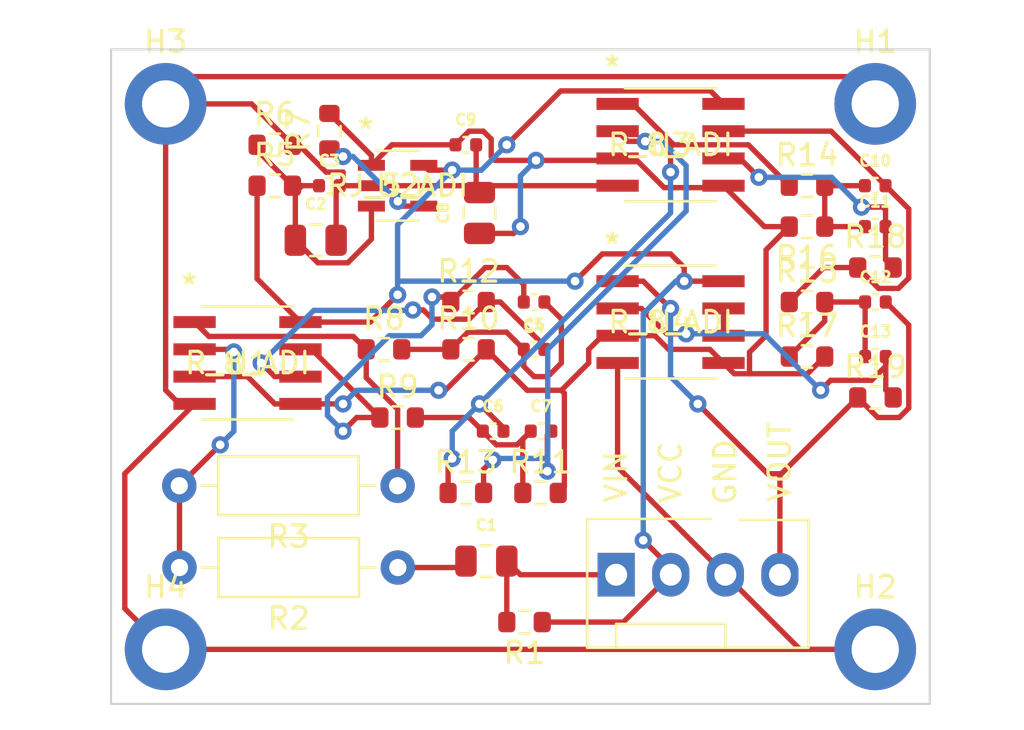
<source format=kicad_pcb>
(kicad_pcb (version 20211014) (generator pcbnew)
  (layers (0 "F.Cu" signal) (31 "B.Cu" signal) (34 "B.Paste" user) (35 "F.Paste" user) (36 "B.SilkS" user "B.Silkscreen") (37 "F.SilkS" user "F.Silkscreen") (38 "B.Mask" user) (39 "F.Mask" user) (44 "Edge.Cuts" user))
  (net 0 "")
  (net 1 "Net-(C1-Pad1)")
  (net 2 "input")
  (net 3 "Net-(C2-Pad1)")
  (net 4 "GND")
  (net 5 "Net-(C4-Pad1)")
  (net 6 "Net-(C4-Pad2)")
  (net 7 "Net-(C5-Pad2)")
  (net 8 "Net-(C6-Pad1)")
  (net 9 "Net-(C6-Pad2)")
  (net 10 "Net-(C7-Pad2)")
  (net 11 "ref")
  (net 12 "Net-(C10-Pad1)")
  (net 13 "Net-(C10-Pad2)")
  (net 14 "Net-(C11-Pad2)")
  (net 15 "Net-(C12-Pad1)")
  (net 16 "output")
  (net 17 "Net-(C13-Pad2)")
  (net 18 "+3V3")
  (net 19 "Net-(R2-Pad2)")
  (net 20 "Net-(R7-Pad1)")
  (net 21 "Net-(R8-Pad1)")
  (net 22 "Net-(U4-Pad7)")
  (footprint "Resistor_SMD:R_0603_1608Metric" (layer "F.Cu") (at 159.385 75.265)
    (fp_text reference "R15" (at 0 -1.43) (layer "F.SilkS"))
    (fp_text value "20.5k")
    (pad "1" smd roundrect (at -0.825 0) (size 0.8 0.95) (layers "F.Cu" "F.Paste" "F.Mask") (net 13 "Net-(C10-Pad2)"))
    (pad "2" smd roundrect (at 0.825 0) (size 0.8 0.95) (layers "F.Cu" "F.Paste" "F.Mask") (net 15 "Net-(C12-Pad1)"))
  )
  (footprint "Capacitor_SMD:C_0805_2012Metric" (layer "F.Cu") (at 144.465 87.33)
    (fp_text reference "C1" (at 0 -1.68) (layer "F.SilkS") (effects (font (size 0.5 0.5))))
    (fp_text value "10u")
    (pad "1" smd roundrect (at -0.95 0) (size 1 1.45) (layers "F.Cu" "F.Paste" "F.Mask") (net 1 "Net-(C1-Pad1)"))
    (pad "2" smd roundrect (at 0.95 0) (size 1 1.45) (layers "F.Cu" "F.Paste" "F.Mask") (net 2 "input"))
  )
  (footprint "Resistor_SMD:R_0603_1608Metric" (layer "F.Cu") (at 162.57 79.71)
    (fp_text reference "R19" (at 0 -1.43) (layer "F.SilkS"))
    (fp_text value "150k")
    (pad "1" smd roundrect (at -0.825 0) (size 0.8 0.95) (layers "F.Cu" "F.Paste" "F.Mask") (net 16 "output"))
    (pad "2" smd roundrect (at 0.825 0) (size 0.8 0.95) (layers "F.Cu" "F.Paste" "F.Mask") (net 17 "Net-(C13-Pad2)"))
  )
  (footprint "ad8042:AD8042ARZ-REEL7" (layer "F.Cu") (at 153.035 67.945)
    (fp_text reference "U3" (at 0 0) (layer "F.SilkS"))
    (fp_text value "R_8_ADI" (at 0 0) (layer "F.SilkS"))
    (fp_text user "*" (at -2.7178 -3.606) (layer "F.SilkS"))
    (fp_text user "*" (at -2.7178 -3.606) (layer "F.SilkS"))
    (pad "1" smd rect (at -2.4638 -1.905) (size 1.969999 0.558) (layers "F.Cu" "F.Paste" "F.Mask") (net 9 "Net-(C6-Pad2)"))
    (pad "2" smd rect (at -2.4638 -0.635) (size 1.969999 0.558) (layers "F.Cu" "F.Paste" "F.Mask") (net 10 "Net-(C7-Pad2)"))
    (pad "3" smd rect (at -2.4638 0.635) (size 1.969999 0.558) (layers "F.Cu" "F.Paste" "F.Mask") (net 11 "ref"))
    (pad "4" smd rect (at -2.4638 1.905) (size 1.969999 0.558) (layers "F.Cu" "F.Paste" "F.Mask") (net 4 "GND"))
    (pad "5" smd rect (at 2.4638 1.905) (size 1.969999 0.558) (layers "F.Cu" "F.Paste" "F.Mask") (net 11 "ref"))
    (pad "6" smd rect (at 2.4638 0.635) (size 1.969999 0.558) (layers "F.Cu" "F.Paste" "F.Mask") (net 14 "Net-(C11-Pad2)"))
    (pad "7" smd rect (at 2.4638 -0.635) (size 1.969999 0.558) (layers "F.Cu" "F.Paste" "F.Mask") (net 13 "Net-(C10-Pad2)"))
    (pad "8" smd rect (at 2.4638 -1.905) (size 1.969999 0.558) (layers "F.Cu" "F.Paste" "F.Mask") (net 18 "+3V3"))
  )
  (footprint "ad8042:AD8042ARZ-REEL7" (layer "F.Cu") (at 133.35 78.105)
    (fp_text reference "U1" (at 0 0) (layer "F.SilkS"))
    (fp_text value "R_8_ADI" (at 0 0) (layer "F.SilkS"))
    (fp_text user "*" (at -2.7178 -3.606) (layer "F.SilkS"))
    (fp_text user "*" (at -2.7178 -3.606) (layer "F.SilkS"))
    (pad "1" smd rect (at -2.4638 -1.905) (size 1.969999 0.558) (layers "F.Cu" "F.Paste" "F.Mask") (net 21 "Net-(R8-Pad1)"))
    (pad "2" smd rect (at -2.4638 -0.635) (size 1.969999 0.558) (layers "F.Cu" "F.Paste" "F.Mask") (net 19 "Net-(R2-Pad2)"))
    (pad "3" smd rect (at -2.4638 0.635) (size 1.969999 0.558) (layers "F.Cu" "F.Paste" "F.Mask") (net 11 "ref"))
    (pad "4" smd rect (at -2.4638 1.905) (size 1.969999 0.558) (layers "F.Cu" "F.Paste" "F.Mask") (net 4 "GND"))
    (pad "5" smd rect (at 2.4638 1.905) (size 1.969999 0.558) (layers "F.Cu" "F.Paste" "F.Mask") (net 11 "ref"))
    (pad "6" smd rect (at 2.4638 0.635) (size 1.969999 0.558) (layers "F.Cu" "F.Paste" "F.Mask") (net 7 "Net-(C5-Pad2)"))
    (pad "7" smd rect (at 2.4638 -0.635) (size 1.969999 0.558) (layers "F.Cu" "F.Paste" "F.Mask") (net 6 "Net-(C4-Pad2)"))
    (pad "8" smd rect (at 2.4638 -1.905) (size 1.969999 0.558) (layers "F.Cu" "F.Paste" "F.Mask") (net 18 "+3V3"))
  )
  (footprint "Resistor_SMD:R_0603_1608Metric" (layer "F.Cu") (at 159.385 77.805)
    (fp_text reference "R17" (at 0 -1.43) (layer "F.SilkS"))
    (fp_text value "665")
    (pad "1" smd roundrect (at -0.825 0) (size 0.8 0.95) (layers "F.Cu" "F.Paste" "F.Mask") (net 15 "Net-(C12-Pad1)"))
    (pad "2" smd roundrect (at 0.825 0) (size 0.8 0.95) (layers "F.Cu" "F.Paste" "F.Mask") (net 11 "ref"))
  )
  (footprint "MountingHole:MountingHole_2.2mm_M2_DIN965_Pad" (layer "F.Cu") (at 162.56 91.44)
    (fp_text reference "H2" (at 0 -2.9) (layer "F.SilkS"))
    (fp_text value "MountingHole_Pad")
    (pad "1" thru_hole circle (at 0 0) (size 3.8 3.8) (drill 2.2) (layers *.Cu *.Mask) (net 4 "GND"))
  )
  (footprint "MountingHole:MountingHole_2.2mm_M2_DIN965_Pad" (layer "F.Cu") (at 129.54 91.44)
    (fp_text reference "H4" (at 0 -2.9) (layer "F.SilkS"))
    (fp_text value "MountingHole_Pad")
    (pad "1" thru_hole circle (at 0 0) (size 3.8 3.8) (drill 2.2) (layers *.Cu *.Mask) (net 4 "GND"))
  )
  (footprint "Resistor_SMD:R_0603_1608Metric" (layer "F.Cu") (at 146.24 90.17 180)
    (fp_text reference "R1" (at 0 -1.43 180) (layer "F.SilkS"))
    (fp_text value "10k")
    (pad "1" smd roundrect (at -0.825 0 180) (size 0.8 0.95) (layers "F.Cu" "F.Paste" "F.Mask") (net 18 "+3V3"))
    (pad "2" smd roundrect (at 0.825 0 180) (size 0.8 0.95) (layers "F.Cu" "F.Paste" "F.Mask") (net 2 "input"))
  )
  (footprint "MountingHole:MountingHole_2.2mm_M2_DIN965_Pad" (layer "F.Cu") (at 162.56 66.04)
    (fp_text reference "H1" (at 0 -2.9) (layer "F.SilkS"))
    (fp_text value "MountingHole_Pad")
    (pad "1" thru_hole circle (at 0 0) (size 3.8 3.8) (drill 2.2) (layers *.Cu *.Mask) (net 4 "GND"))
  )
  (footprint "Capacitor_SMD:C_0402_1005Metric" (layer "F.Cu") (at 143.51 67.945)
    (fp_text reference "C9" (at 0 -1.16) (layer "F.SilkS") (effects (font (size 0.5 0.5))))
    (fp_text value "100n")
    (pad "1" smd roundrect (at -0.48 0) (size 0.56 0.62) (layers "F.Cu" "F.Paste" "F.Mask") (net 11 "ref"))
    (pad "2" smd roundrect (at 0.48 0) (size 0.56 0.62) (layers "F.Cu" "F.Paste" "F.Mask") (net 4 "GND"))
  )
  (footprint "Resistor_THT:R_Axial_DIN0207_L6.3mm_D2.5mm_P10.16mm_Horizontal" (layer "F.Cu") (at 140.345 87.63 180)
    (fp_text reference "R2" (at 5.08 -2.37) (layer "F.SilkS"))
    (fp_text value "300k")
    (pad "1" thru_hole circle (at 0 0 180) (size 1.6 1.6) (drill 0.8) (layers *.Cu *.Mask) (net 1 "Net-(C1-Pad1)"))
    (pad "2" thru_hole oval (at 10.16 0 180) (size 1.6 1.6) (drill 0.8) (layers *.Cu *.Mask) (net 19 "Net-(R2-Pad2)"))
  )
  (footprint "Capacitor_SMD:C_0402_1005Metric" (layer "F.Cu") (at 162.57 75.265)
    (fp_text reference "C12" (at 0 -1.16) (layer "F.SilkS") (effects (font (size 0.5 0.5))))
    (fp_text value "100p")
    (pad "1" smd roundrect (at -0.48 0) (size 0.56 0.62) (layers "F.Cu" "F.Paste" "F.Mask") (net 15 "Net-(C12-Pad1)"))
    (pad "2" smd roundrect (at 0.48 0) (size 0.56 0.62) (layers "F.Cu" "F.Paste" "F.Mask") (net 16 "output"))
  )
  (footprint "Capacitor_SMD:C_0402_1005Metric" (layer "F.Cu") (at 147.01 81.28)
    (fp_text reference "C7" (at 0 -1.16) (layer "F.SilkS") (effects (font (size 0.5 0.5))))
    (fp_text value "91p")
    (pad "1" smd roundrect (at -0.48 0) (size 0.56 0.62) (layers "F.Cu" "F.Paste" "F.Mask") (net 8 "Net-(C6-Pad1)"))
    (pad "2" smd roundrect (at 0.48 0) (size 0.56 0.62) (layers "F.Cu" "F.Paste" "F.Mask") (net 10 "Net-(C7-Pad2)"))
  )
  (footprint "Resistor_SMD:R_0603_1608Metric" (layer "F.Cu") (at 143.635 77.47)
    (fp_text reference "R10" (at 0 -1.43) (layer "F.SilkS"))
    (fp_text value "1.62k")
    (pad "1" smd roundrect (at -0.825 0) (size 0.8 0.95) (layers "F.Cu" "F.Paste" "F.Mask") (net 5 "Net-(C4-Pad1)"))
    (pad "2" smd roundrect (at 0.825 0) (size 0.8 0.95) (layers "F.Cu" "F.Paste" "F.Mask") (net 11 "ref"))
  )
  (footprint "MountingHole:MountingHole_2.2mm_M2_DIN965_Pad" (layer "F.Cu") (at 129.54 66.04)
    (fp_text reference "H3" (at 0 -2.9) (layer "F.SilkS"))
    (fp_text value "MountingHole_Pad")
    (pad "1" thru_hole circle (at 0 0) (size 3.8 3.8) (drill 2.2) (layers *.Cu *.Mask) (net 4 "GND"))
  )
  (footprint "Resistor_SMD:R_0603_1608Metric" (layer "F.Cu") (at 146.985 84.155)
    (fp_text reference "R11" (at 0 -1.43) (layer "F.SilkS"))
    (fp_text value "1.62k")
    (pad "1" smd roundrect (at -0.825 0) (size 0.8 0.95) (layers "F.Cu" "F.Paste" "F.Mask") (net 8 "Net-(C6-Pad1)"))
    (pad "2" smd roundrect (at 0.825 0) (size 0.8 0.95) (layers "F.Cu" "F.Paste" "F.Mask") (net 11 "ref"))
  )
  (footprint "Resistor_SMD:R_0603_1608Metric" (layer "F.Cu") (at 134.62 67.945)
    (fp_text reference "R6" (at 0 -1.43) (layer "F.SilkS"))
    (fp_text value "10k")
    (pad "1" smd roundrect (at -0.825 0) (size 0.8 0.95) (layers "F.Cu" "F.Paste" "F.Mask") (net 3 "Net-(C2-Pad1)"))
    (pad "2" smd roundrect (at 0.825 0) (size 0.8 0.95) (layers "F.Cu" "F.Paste" "F.Mask") (net 4 "GND"))
  )
  (footprint "Capacitor_SMD:C_0402_1005Metric" (layer "F.Cu") (at 144.78 81.28)
    (fp_text reference "C6" (at 0 -1.16) (layer "F.SilkS") (effects (font (size 0.5 0.5))))
    (fp_text value "91p")
    (pad "1" smd roundrect (at -0.48 0) (size 0.56 0.62) (layers "F.Cu" "F.Paste" "F.Mask") (net 8 "Net-(C6-Pad1)"))
    (pad "2" smd roundrect (at 0.48 0) (size 0.56 0.62) (layers "F.Cu" "F.Paste" "F.Mask") (net 9 "Net-(C6-Pad2)"))
  )
  (footprint "Resistor_THT:R_Axial_DIN0207_L6.3mm_D2.5mm_P10.16mm_Horizontal" (layer "F.Cu") (at 140.335 83.82 180)
    (fp_text reference "R3" (at 5.08 -2.37) (layer "F.SilkS"))
    (fp_text value "300k")
    (pad "1" thru_hole circle (at 0 0 180) (size 1.6 1.6) (drill 0.8) (layers *.Cu *.Mask) (net 21 "Net-(R8-Pad1)"))
    (pad "2" thru_hole oval (at 10.16 0 180) (size 1.6 1.6) (drill 0.8) (layers *.Cu *.Mask) (net 19 "Net-(R2-Pad2)"))
  )
  (footprint "Capacitor_SMD:C_0402_1005Metric" (layer "F.Cu") (at 146.685 77.47)
    (fp_text reference "C5" (at 0 -1.16) (layer "F.SilkS") (effects (font (size 0.5 0.5))))
    (fp_text value "75p")
    (pad "1" smd roundrect (at -0.48 0) (size 0.56 0.62) (layers "F.Cu" "F.Paste" "F.Mask") (net 5 "Net-(C4-Pad1)"))
    (pad "2" smd roundrect (at 0.48 0) (size 0.56 0.62) (layers "F.Cu" "F.Paste" "F.Mask") (net 7 "Net-(C5-Pad2)"))
  )
  (footprint "Resistor_SMD:R_0603_1608Metric" (layer "F.Cu") (at 143.635 75.265)
    (fp_text reference "R12" (at 0 -1.43) (layer "F.SilkS"))
    (fp_text value "60.4k")
    (pad "1" smd roundrect (at -0.825 0) (size 0.8 0.95) (layers "F.Cu" "F.Paste" "F.Mask") (net 6 "Net-(C4-Pad2)"))
    (pad "2" smd roundrect (at 0.825 0) (size 0.8 0.95) (layers "F.Cu" "F.Paste" "F.Mask") (net 7 "Net-(C5-Pad2)"))
  )
  (footprint "Resistor_SMD:R_0603_1608Metric" (layer "F.Cu") (at 143.51 84.155)
    (fp_text reference "R13" (at 0 -1.43) (layer "F.SilkS"))
    (fp_text value "60.4k")
    (pad "1" smd roundrect (at -0.825 0) (size 0.8 0.95) (layers "F.Cu" "F.Paste" "F.Mask") (net 9 "Net-(C6-Pad2)"))
    (pad "2" smd roundrect (at 0.825 0) (size 0.8 0.95) (layers "F.Cu" "F.Paste" "F.Mask") (net 10 "Net-(C7-Pad2)"))
  )
  (footprint "Resistor_SMD:R_0603_1608Metric" (layer "F.Cu") (at 140.335 80.645)
    (fp_text reference "R9" (at 0 -1.43) (layer "F.SilkS"))
    (fp_text value "25.5k")
    (pad "1" smd roundrect (at -0.825 0) (size 0.8 0.95) (layers "F.Cu" "F.Paste" "F.Mask") (net 6 "Net-(C4-Pad2)"))
    (pad "2" smd roundrect (at 0.825 0) (size 0.8 0.95) (layers "F.Cu" "F.Paste" "F.Mask") (net 8 "Net-(C6-Pad1)"))
  )
  (footprint "Capacitor_SMD:C_0402_1005Metric" (layer "F.Cu") (at 162.56 71.755)
    (fp_text reference "C11" (at 0 -1.16) (layer "F.SilkS") (effects (font (size 0.5 0.5))))
    (fp_text value "62p")
    (pad "1" smd roundrect (at -0.48 0) (size 0.56 0.62) (layers "F.Cu" "F.Paste" "F.Mask") (net 12 "Net-(C10-Pad1)"))
    (pad "2" smd roundrect (at 0.48 0) (size 0.56 0.62) (layers "F.Cu" "F.Paste" "F.Mask") (net 14 "Net-(C11-Pad2)"))
  )
  (footprint "Resistor_SMD:R_0603_1608Metric" (layer "F.Cu") (at 134.62 69.85)
    (fp_text reference "R5" (at 0 -1.43) (layer "F.SilkS"))
    (fp_text value "10k")
    (pad "1" smd roundrect (at -0.825 0) (size 0.8 0.95) (layers "F.Cu" "F.Paste" "F.Mask") (net 18 "+3V3"))
    (pad "2" smd roundrect (at 0.825 0) (size 0.8 0.95) (layers "F.Cu" "F.Paste" "F.Mask") (net 3 "Net-(C2-Pad1)"))
  )
  (footprint "Capacitor_SMD:C_0402_1005Metric" (layer "F.Cu") (at 146.685 75.265 180)
    (fp_text reference "C4" (at 0 -1.16) (layer "F.SilkS") (effects (font (size 0.5 0.5))))
    (fp_text value "75p")
    (pad "1" smd roundrect (at -0.48 0 180) (size 0.56 0.62) (layers "F.Cu" "F.Paste" "F.Mask") (net 5 "Net-(C4-Pad1)"))
    (pad "2" smd roundrect (at 0.48 0 180) (size 0.56 0.62) (layers "F.Cu" "F.Paste" "F.Mask") (net 6 "Net-(C4-Pad2)"))
  )
  (footprint "ad8042:AD8042ARZ-REEL7" (layer "F.Cu") (at 153.035 76.2)
    (fp_text reference "U4" (at 0 0) (layer "F.SilkS"))
    (fp_text value "R_8_ADI" (at 0 0) (layer "F.SilkS"))
    (fp_text user "*" (at -2.7178 -3.606) (layer "F.SilkS"))
    (fp_text user "*" (at -2.7178 -3.606) (layer "F.SilkS"))
    (pad "1" smd rect (at -2.4638 -1.905) (size 1.969999 0.558) (layers "F.Cu" "F.Paste" "F.Mask") (net 16 "output"))
    (pad "2" smd rect (at -2.4638 -0.635) (size 1.969999 0.558) (layers "F.Cu" "F.Paste" "F.Mask") (net 17 "Net-(C13-Pad2)"))
    (pad "3" smd rect (at -2.4638 0.635) (size 1.969999 0.558) (layers "F.Cu" "F.Paste" "F.Mask") (net 11 "ref"))
    (pad "4" smd rect (at -2.4638 1.905) (size 1.969999 0.558) (layers "F.Cu" "F.Paste" "F.Mask") (net 4 "GND"))
    (pad "5" smd rect (at 2.4638 1.905) (size 1.969999 0.558) (layers "F.Cu" "F.Paste" "F.Mask") (net 11 "ref"))
    (pad "6" smd rect (at 2.4638 0.635) (size 1.969999 0.558) (layers "F.Cu" "F.Paste" "F.Mask") (net 22 "Net-(U4-Pad7)"))
    (pad "7" smd rect (at 2.4638 -0.635) (size 1.969999 0.558) (layers "F.Cu" "F.Paste" "F.Mask") (net 22 "Net-(U4-Pad7)"))
    (pad "8" smd rect (at 2.4638 -1.905) (size 1.969999 0.558) (layers "F.Cu" "F.Paste" "F.Mask") (net 18 "+3V3"))
  )
  (footprint "ad8031_new:AD8031ARTZ-REEL7" (layer "F.Cu") (at 140.335 69.85)
    (fp_text reference "U2" (at 0 0) (layer "F.SilkS"))
    (fp_text value "RJ_5_ADI" (at 0 0) (layer "F.SilkS"))
    (fp_text user "*" (at -1.4732 -2.601) (layer "F.SilkS"))
    (fp_text user "*" (at -1.4732 -2.601) (layer "F.SilkS"))
    (pad "1" smd rect (at -1.2192 -0.950001) (size 1.258799 0.508) (layers "F.Cu" "F.Paste" "F.Mask") (net 11 "ref"))
    (pad "2" smd rect (at -1.2192 0) (size 1.258799 0.508) (layers "F.Cu" "F.Paste" "F.Mask") (net 4 "GND"))
    (pad "3" smd rect (at -1.2192 0.950001) (size 1.258799 0.508) (layers "F.Cu" "F.Paste" "F.Mask") (net 3 "Net-(C2-Pad1)"))
    (pad "4" smd rect (at 1.2192 0.950001) (size 1.258799 0.508) (layers "F.Cu" "F.Paste" "F.Mask") (net 20 "Net-(R7-Pad1)"))
    (pad "5" smd rect (at 1.2192 -0.950001) (size 1.258799 0.508) (layers "F.Cu" "F.Paste" "F.Mask") (net 18 "+3V3"))
  )
  (footprint "Resistor_SMD:R_0603_1608Metric" (layer "F.Cu") (at 137.16 67.31 90)
    (fp_text reference "R7" (at 0 -1.43 90) (layer "F.SilkS"))
    (fp_text value "4.99k")
    (pad "1" smd roundrect (at -0.825 0 90) (size 0.8 0.95) (layers "F.Cu" "F.Paste" "F.Mask") (net 20 "Net-(R7-Pad1)"))
    (pad "2" smd roundrect (at 0.825 0 90) (size 0.8 0.95) (layers "F.Cu" "F.Paste" "F.Mask") (net 11 "ref"))
  )
  (footprint "Resistor_SMD:R_0603_1608Metric" (layer "F.Cu") (at 159.385 71.755 180)
    (fp_text reference "R16" (at 0 -1.43 180) (layer "F.SilkS"))
    (fp_text value "665")
    (pad "1" smd roundrect (at -0.825 0 180) (size 0.8 0.95) (layers "F.Cu" "F.Paste" "F.Mask") (net 12 "Net-(C10-Pad1)"))
    (pad "2" smd roundrect (at 0.825 0 180) (size 0.8 0.95) (layers "F.Cu" "F.Paste" "F.Mask") (net 11 "ref"))
  )
  (footprint "Capacitor_SMD:C_0402_1005Metric" (layer "F.Cu") (at 162.57 77.805)
    (fp_text reference "C13" (at 0 -1.16) (layer "F.SilkS") (effects (font (size 0.5 0.5))))
    (fp_text value "100p")
    (pad "1" smd roundrect (at -0.48 0) (size 0.56 0.62) (layers "F.Cu" "F.Paste" "F.Mask") (net 15 "Net-(C12-Pad1)"))
    (pad "2" smd roundrect (at 0.48 0) (size 0.56 0.62) (layers "F.Cu" "F.Paste" "F.Mask") (net 17 "Net-(C13-Pad2)"))
  )
  (footprint "Capacitor_SMD:C_0805_2012Metric" (layer "F.Cu") (at 136.525 72.39)
    (fp_text reference "C2" (at 0 -1.68) (layer "F.SilkS") (effects (font (size 0.5 0.5))))
    (fp_text value "10u")
    (pad "1" smd roundrect (at -0.95 0) (size 1 1.45) (layers "F.Cu" "F.Paste" "F.Mask") (net 3 "Net-(C2-Pad1)"))
    (pad "2" smd roundrect (at 0.95 0) (size 1 1.45) (layers "F.Cu" "F.Paste" "F.Mask") (net 4 "GND"))
  )
  (footprint "Capacitor_SMD:C_0805_2012Metric" (layer "F.Cu") (at 144.145 71.12 90)
    (fp_text reference "C8" (at 0 -1.68 90) (layer "F.SilkS") (effects (font (size 0.5 0.5))))
    (fp_text value "10u")
    (pad "1" smd roundrect (at -0.95 0 90) (size 1 1.45) (layers "F.Cu" "F.Paste" "F.Mask") (net 11 "ref"))
    (pad "2" smd roundrect (at 0.95 0 90) (size 1 1.45) (layers "F.Cu" "F.Paste" "F.Mask") (net 4 "GND"))
  )
  (footprint "Resistor_SMD:R_0603_1608Metric" (layer "F.Cu") (at 162.57 73.66)
    (fp_text reference "R18" (at 0 -1.43) (layer "F.SilkS"))
    (fp_text value "154k")
    (pad "1" smd roundrect (at -0.825 0) (size 0.8 0.95) (layers "F.Cu" "F.Paste" "F.Mask") (net 13 "Net-(C10-Pad2)"))
    (pad "2" smd roundrect (at 0.825 0) (size 0.8 0.95) (layers "F.Cu" "F.Paste" "F.Mask") (net 14 "Net-(C11-Pad2)"))
  )
  (footprint "Resistor_SMD:R_0603_1608Metric" (layer "F.Cu") (at 159.385 69.85)
    (fp_text reference "R14" (at 0 -1.43) (layer "F.SilkS"))
    (fp_text value "20.5k")
    (pad "1" smd roundrect (at -0.825 0) (size 0.8 0.95) (layers "F.Cu" "F.Paste" "F.Mask") (net 9 "Net-(C6-Pad2)"))
    (pad "2" smd roundrect (at 0.825 0) (size 0.8 0.95) (layers "F.Cu" "F.Paste" "F.Mask") (net 12 "Net-(C10-Pad1)"))
  )
  (footprint "Connector:FanPinHeader_1x04_P2.54mm_Vertical" (layer "F.Cu") (at 150.505 87.965)
    (fp_text reference "J1" hide)
    (fp_text value "Conn_01x04")
    (pad "" np_thru_hole circle (at 5.08 -2.16 90) (size 1.1 1.1) (drill 1.1) (layers *.Cu *.Mask))
    (pad "1" thru_hole rect (at 0 0 90) (size 2.03 1.73) (drill 1.02) (layers *.Cu *.Mask) (net 2 "input"))
    (pad "2" thru_hole oval (at 2.54 0 90) (size 2.03 1.73) (drill 1.02) (layers *.Cu *.Mask) (net 18 "+3V3"))
    (pad "3" thru_hole oval (at 5.08 0 90) (size 2.03 1.73) (drill 1.02) (layers *.Cu *.Mask) (net 4 "GND"))
    (pad "4" thru_hole oval (at 7.62 0 90) (size 2.03 1.73) (drill 1.02) (layers *.Cu *.Mask) (net 16 "output"))
  )
  (footprint "Capacitor_SMD:C_0402_1005Metric" (layer "F.Cu") (at 137.16 69.85)
    (fp_text reference "C3" (at 0 -1.16) (layer "F.SilkS") (effects (font (size 0.5 0.5))))
    (fp_text value "100n")
    (pad "1" smd roundrect (at -0.48 0) (size 0.56 0.62) (layers "F.Cu" "F.Paste" "F.Mask") (net 3 "Net-(C2-Pad1)"))
    (pad "2" smd roundrect (at 0.48 0) (size 0.56 0.62) (layers "F.Cu" "F.Paste" "F.Mask") (net 4 "GND"))
  )
  (footprint "Resistor_SMD:R_0603_1608Metric" (layer "F.Cu") (at 139.7 77.47)
    (fp_text reference "R8" (at 0 -1.43) (layer "F.SilkS"))
    (fp_text value "25.5k")
    (pad "1" smd roundrect (at -0.825 0) (size 0.8 0.95) (layers "F.Cu" "F.Paste" "F.Mask") (net 21 "Net-(R8-Pad1)"))
    (pad "2" smd roundrect (at 0.825 0) (size 0.8 0.95) (layers "F.Cu" "F.Paste" "F.Mask") (net 5 "Net-(C4-Pad1)"))
  )
  (footprint "Capacitor_SMD:C_0402_1005Metric" (layer "F.Cu") (at 162.56 69.85)
    (fp_text reference "C10" (at 0 -1.16) (layer "F.SilkS") (effects (font (size 0.5 0.5))))
    (fp_text value "62p")
    (pad "1" smd roundrect (at -0.48 0) (size 0.56 0.62) (layers "F.Cu" "F.Paste" "F.Mask") (net 12 "Net-(C10-Pad1)"))
    (pad "2" smd roundrect (at 0.48 0) (size 0.56 0.62) (layers "F.Cu" "F.Paste" "F.Mask") (net 13 "Net-(C10-Pad2)"))
  )
  (gr_line (start 127 93.98) (end 127 63.5) (layer "Edge.Cuts") (width 0.1))
  (gr_line (start 127 63.5) (end 165.1 63.5) (layer "Edge.Cuts") (width 0.1))
  (gr_line (start 165.1 63.5) (end 165.1 93.98) (layer "Edge.Cuts") (width 0.1))
  (gr_line (start 165.1 93.98) (end 127 93.98) (layer "Edge.Cuts") (width 0.1))
  (gr_text "VOUT" (at 158.115 82.7 90) (layer "F.SilkS") (effects (font (size 1 1))))
  (gr_text "VCC" (at 153.035 83.2 90) (layer "F.SilkS") (effects (font (size 1 1))))
  (gr_text "GND" (at 155.575 83.185 90) (layer "F.SilkS") (effects (font (size 1 1))))
  (gr_text "VIN" (at 150.495 83.4 90) (layer "F.SilkS") (effects (font (size 1 1))))
  (segment (start 143.215 87.63) (end 140.345 87.63) (width 0.25) (layer "F.Cu") (net 1))
  (segment (start 143.515 87.33) (end 143.215 87.63) (width 0.25) (layer "F.Cu") (net 1))
  (segment (start 145.415 90.17) (end 145.415 87.33) (width 0.25) (layer "F.Cu") (net 2))
  (segment (start 145.415 87.33) (end 146.05 87.965) (width 0.25) (layer "F.Cu") (net 2))
  (segment (start 146.05 87.965) (end 150.505 87.965) (width 0.25) (layer "F.Cu") (net 2))
  (segment (start 136.62452 73.43952) (end 138.01548 73.43952) (width 0.25) (layer "F.Cu") (net 3))
  (segment (start 138.01548 73.43952) (end 139.1158 72.3392) (width 0.25) (layer "F.Cu") (net 3))
  (segment (start 135.575 72.39) (end 136.62452 73.43952) (width 0.25) (layer "F.Cu") (net 3))
  (segment (start 135.445 69.85) (end 135.89 69.85) (width 0.25) (layer "F.Cu") (net 3))
  (segment (start 133.795 68.2) (end 135.445 69.85) (width 0.25) (layer "F.Cu") (net 3))
  (segment (start 135.89 69.85) (end 136.68 69.85) (width 0.25) (layer "F.Cu") (net 3))
  (segment (start 135.575 70.165) (end 135.575 72.39) (width 0.25) (layer "F.Cu") (net 3))
  (segment (start 133.795 67.945) (end 133.795 68.2) (width 0.25) (layer "F.Cu") (net 3))
  (segment (start 135.89 69.85) (end 135.575 70.165) (width 0.25) (layer "F.Cu") (net 3))
  (segment (start 139.1158 72.3392) (end 139.1158 70.800001) (width 0.25) (layer "F.Cu") (net 3))
  (segment (start 127.640001 89.540001) (end 127.640001 83.256199) (width 0.25) (layer "F.Cu") (net 4))
  (segment (start 155.585 87.965) (end 159.06 91.44) (width 0.25) (layer "F.Cu") (net 4))
  (segment (start 161.29 64.77) (end 162.56 66.04) (width 0.25) (layer "F.Cu") (net 4))
  (segment (start 137.475 72.39) (end 137.475 70.015) (width 0.25) (layer "F.Cu") (net 4))
  (segment (start 144.145 70.17) (end 144.465 69.85) (width 0.25) (layer "F.Cu") (net 4))
  (segment (start 129.54 91.44) (end 127.640001 89.540001) (width 0.25) (layer "F.Cu") (net 4))
  (segment (start 150.5712 78.105) (end 150.5712 82.9512) (width 0.25) (layer "F.Cu") (net 4))
  (segment (start 129.54 79.369799) (end 129.54 66.04) (width 0.25) (layer "F.Cu") (net 4))
  (segment (start 143.99 67.945) (end 143.99 70.015) (width 0.25) (layer "F.Cu") (net 4))
  (segment (start 129.54 66.04) (end 130.81 64.77) (width 0.25) (layer "F.Cu") (net 4))
  (segment (start 127.640001 83.256199) (end 130.8862 80.01) (width 0.25) (layer "F.Cu") (net 4))
  (segment (start 150.5712 82.9512) (end 155.585 87.965) (width 0.25) (layer "F.Cu") (net 4))
  (segment (start 137.795 69.215) (end 137.795 69.695) (width 0.25) (layer "F.Cu") (net 4))
  (segment (start 135.445 67.945) (end 133.54 66.04) (width 0.25) (layer "F.Cu") (net 4))
  (segment (start 130.81 64.77) (end 161.29 64.77) (width 0.25) (layer "F.Cu") (net 4))
  (segment (start 144.465 69.85) (end 150.5712 69.85) (width 0.25) (layer "F.Cu") (net 4))
  (segment (start 137.79452 69.21548) (end 137.795 69.215) (width 0.25) (layer "F.Cu") (net 4))
  (segment (start 143.825 69.85) (end 144.145 70.17) (width 0.25) (layer "F.Cu") (net 4))
  (segment (start 137.64 69.85) (end 139.1158 69.85) (width 0.25) (layer "F.Cu") (net 4))
  (segment (start 135.735 67.945) (end 137.00548 69.21548) (width 0.25) (layer "F.Cu") (net 4))
  (segment (start 137.795 69.695) (end 137.64 69.85) (width 0.25) (layer "F.Cu") (net 4))
  (segment (start 137.475 70.015) (end 137.64 69.85) (width 0.25) (layer "F.Cu") (net 4))
  (segment (start 133.54 66.04) (end 129.54 66.04) (width 0.25) (layer "F.Cu") (net 4))
  (segment (start 130.8862 80.01) (end 130.180201 80.01) (width 0.25) (layer "F.Cu") (net 4))
  (segment (start 137.00548 69.21548) (end 137.79452 69.21548) (width 0.25) (layer "F.Cu") (net 4))
  (segment (start 143.99 70.015) (end 144.145 70.17) (width 0.25) (layer "F.Cu") (net 4))
  (segment (start 139.1158 69.85) (end 143.825 69.85) (width 0.25) (layer "F.Cu") (net 4))
  (segment (start 135.445 67.945) (end 135.735 67.945) (width 0.25) (layer "F.Cu") (net 4))
  (segment (start 162.56 91.44) (end 129.54 91.44) (width 0.25) (layer "F.Cu") (net 4))
  (segment (start 130.180201 80.01) (end 129.54 79.369799) (width 0.25) (layer "F.Cu") (net 4))
  (segment (start 159.06 91.44) (end 162.56 91.44) (width 0.25) (layer "F.Cu") (net 4))
  (segment (start 142.81 77.47) (end 143.60952 76.67048) (width 0.25) (layer "F.Cu") (net 5))
  (segment (start 143.60952 76.67048) (end 145.40548 76.67048) (width 0.25) (layer "F.Cu") (net 5))
  (segment (start 147.955 78.105) (end 147.32 78.74) (width 0.25) (layer "F.Cu") (net 5))
  (segment (start 145.40548 76.67048) (end 146.205 77.47) (width 0.25) (layer "F.Cu") (net 5))
  (segment (start 147.32 78.74) (end 146.685 78.74) (width 0.25) (layer "F.Cu") (net 5))
  (segment (start 147.165 75.265) (end 147.955 76.055) (width 0.25) (layer "F.Cu") (net 5))
  (segment (start 146.685 78.74) (end 146.205 78.26) (width 0.25) (layer "F.Cu") (net 5))
  (segment (start 146.205 78.26) (end 146.205 77.47) (width 0.25) (layer "F.Cu") (net 5))
  (segment (start 140.525 77.47) (end 142.81 77.47) (width 0.25) (layer "F.Cu") (net 5))
  (segment (start 147.955 76.055) (end 147.955 78.105) (width 0.25) (layer "F.Cu") (net 5))
  (segment (start 142.81 75.265) (end 144.415 73.66) (width 0.25) (layer "F.Cu") (net 6))
  (segment (start 139.51 80.645) (end 136.335 77.47) (width 0.25) (layer "F.Cu") (net 6))
  (segment (start 144.415 73.66) (end 145.415 73.66) (width 0.25) (layer "F.Cu") (net 6))
  (segment (start 141.934733 75.033673) (end 142.578673 75.033673) (width 0.25) (layer "F.Cu") (net 6))
  (segment (start 136.335 77.47) (end 135.8138 77.47) (width 0.25) (layer "F.Cu") (net 6))
  (segment (start 142.578673 75.033673) (end 142.81 75.265) (width 0.25) (layer "F.Cu") (net 6))
  (segment (start 145.415 73.66) (end 146.205 74.45) (width 0.25) (layer "F.Cu") (net 6))
  (segment (start 146.205 74.45) (end 146.205 75.265) (width 0.25) (layer "F.Cu") (net 6))
  (segment (start 138.43 80.645) (end 137.795 81.28) (width 0.25) (layer "F.Cu") (net 6))
  (segment (start 139.51 80.645) (end 138.43 80.645) (width 0.25) (layer "F.Cu") (net 6))
  (via (at 141.934733 75.033673) (size 0.8) (drill 0.4) (layers "F.Cu" "B.Cu") (net 6))
  (via (at 137.795 81.28) (size 0.8) (drill 0.4) (layers "F.Cu" "B.Cu") (net 6))
  (segment (start 137.795 81.28) (end 137.070489 80.555489) (width 0.25) (layer "B.Cu") (net 6))
  (segment (start 141.934733 76.319787) (end 141.934733 75.033673) (width 0.25) (layer "B.Cu") (net 6))
  (segment (start 141.41952 76.835) (end 141.934733 76.319787) (width 0.25) (layer "B.Cu") (net 6))
  (segment (start 137.070489 80.555489) (end 137.070489 79.709897) (width 0.25) (layer "B.Cu") (net 6))
  (segment (start 137.070489 79.709897) (end 139.945386 76.835) (width 0.25) (layer "B.Cu") (net 6))
  (segment (start 139.945386 76.835) (end 141.41952 76.835) (width 0.25) (layer "B.Cu") (net 6))
  (segment (start 141.041755 75.636755) (end 141.533245 75.636755) (width 0.25) (layer "F.Cu") (net 7))
  (segment (start 135.8138 78.74) (end 134.62 78.74) (width 0.25) (layer "F.Cu") (net 7))
  (segment (start 141.533245 75.636755) (end 141.96101 76.06452) (width 0.25) (layer "F.Cu") (net 7))
  (segment (start 141.96101 76.06452) (end 143.66048 76.06452) (width 0.25) (layer "F.Cu") (net 7))
  (segment (start 147.165 77.315) (end 147.165 77.47) (width 0.25) (layer "F.Cu") (net 7))
  (segment (start 134.62 78.74) (end 133.985 78.105) (width 0.25) (layer "F.Cu") (net 7))
  (segment (start 145.115 75.265) (end 147.165 77.315) (width 0.25) (layer "F.Cu") (net 7))
  (segment (start 143.66048 76.06452) (end 144.46 75.265) (width 0.25) (layer "F.Cu") (net 7))
  (segment (start 144.46 75.265) (end 145.115 75.265) (width 0.25) (layer "F.Cu") (net 7))
  (via (at 141.041755 75.636755) (size 0.8) (drill 0.4) (layers "F.Cu" "B.Cu") (net 7))
  (via (at 133.985 78.105) (size 0.8) (drill 0.4) (layers "F.Cu" "B.Cu") (net 7))
  (segment (start 136.435489 75.654511) (end 140.335 75.654511) (width 0.25) (layer "B.Cu") (net 7))
  (segment (start 133.985 78.105) (end 136.435489 75.654511) (width 0.25) (layer "B.Cu") (net 7))
  (segment (start 140.335 75.654511) (end 141.023999 75.654511) (width 0.25) (layer "B.Cu") (net 7))
  (segment (start 141.023999 75.654511) (end 141.041755 75.636755) (width 0.25) (layer "B.Cu") (net 7))
  (segment (start 143.665 80.645) (end 144.3 81.28) (width 0.25) (layer "F.Cu") (net 8))
  (segment (start 141.16 80.645) (end 143.665 80.645) (width 0.25) (layer "F.Cu") (net 8))
  (segment (start 144.3 81.28693) (end 144.92807 81.915) (width 0.25) (layer "F.Cu") (net 8))
  (segment (start 145.895 81.915) (end 146.53 81.28) (width 0.25) (layer "F.Cu") (net 8))
  (segment (start 144.92807 81.915) (end 145.895 81.915) (width 0.25) (layer "F.Cu") (net 8))
  (segment (start 146.16 84.155) (end 146.16 81.65) (width 0.25) (layer "F.Cu") (net 8))
  (segment (start 146.16 81.65) (end 146.53 81.28) (width 0.25) (layer "F.Cu") (net 8))
  (segment (start 144.3 81.28) (end 144.3 81.28693) (width 0.25) (layer "F.Cu") (net 8))
  (segment (start 142.685 84.155) (end 142.685 82.74) (width 0.25) (layer "F.Cu") (net 9))
  (segment (start 150.5712 66.04) (end 151.277199 66.04) (width 0.25) (layer "F.Cu") (net 9))
  (segment (start 153.035 67.945) (end 153.182199 67.945) (width 0.25) (layer "F.Cu") (net 9))
  (segment (start 145.26 81.28) (end 145.26 81.125) (width 0.25) (layer "F.Cu") (net 9))
  (segment (start 153.182199 67.945) (end 156.655 67.945) (width 0.25) (layer "F.Cu") (net 9))
  (segment (start 156.655 67.945) (end 158.56 69.85) (width 0.25) (layer "F.Cu") (net 9))
  (segment (start 153.035 69.215) (end 153.035 67.945) (width 0.25) (layer "F.Cu") (net 9))
  (segment (start 145.26 81.125) (end 144.145 80.01) (width 0.25) (layer "F.Cu") (net 9))
  (segment (start 142.685 82.74) (end 142.875 82.55) (width 0.25) (layer "F.Cu") (net 9))
  (segment (start 151.277199 66.04) (end 153.182199 67.945) (width 0.25) (layer "F.Cu") (net 9))
  (via (at 142.875 82.55) (size 0.8) (drill 0.4) (layers "F.Cu" "B.Cu") (net 9))
  (via (at 153.035 69.215) (size 0.8) (drill 0.4) (layers "F.Cu" "B.Cu") (net 9))
  (via (at 144.145 80.01) (size 0.8) (drill 0.4) (layers "F.Cu" "B.Cu") (net 9))
  (segment (start 144.145 80.01) (end 153.035 71.12) (width 0.25) (layer "B.Cu") (net 9))
  (segment (start 153.035 71.12) (end 153.035 69.215) (width 0.25) (layer "B.Cu") (net 9))
  (segment (start 142.875 82.55) (end 142.875 81.28) (width 0.25) (layer "B.Cu") (net 9))
  (segment (start 142.875 81.28) (end 144.145 80.01) (width 0.25) (layer "B.Cu") (net 9))
  (segment (start 147.302123 81.467877) (end 147.49 81.28) (width 0.25) (layer "F.Cu") (net 10))
  (segment (start 144.335 83.049116) (end 144.763544 82.620572) (width 0.25) (layer "F.Cu") (net 10))
  (segment (start 151.859499 67.783882) (end 151.045082 67.783882) (width 0.25) (layer "F.Cu") (net 10))
  (segment (start 151.045082 67.783882) (end 150.5712 67.31) (width 0.25) (layer "F.Cu") (net 10))
  (segment (start 144.335 84.155) (end 144.335 83.049116) (width 0.25) (layer "F.Cu") (net 10))
  (segment (start 147.302123 83.142157) (end 147.302123 81.467877) (width 0.25) (layer "F.Cu") (net 10))
  (via (at 144.763544 82.620572) (size 0.8) (drill 0.4) (layers "F.Cu" "B.Cu") (net 10))
  (via (at 147.302123 83.142157) (size 0.8) (drill 0.4) (layers "F.Cu" "B.Cu") (net 10))
  (via (at 151.859499 67.783882) (size 0.8) (drill 0.4) (layers "F.Cu" "B.Cu") (net 10))
  (segment (start 144.834116 82.55) (end 147.32 82.55) (width 0.25) (layer "B.Cu") (net 10))
  (segment (start 147.32 82.55) (end 147.32 77.470718) (width 0.25) (layer "B.Cu") (net 10))
  (segment (start 153.759511 71.031207) (end 153.759511 68.914897) (width 0.25) (layer "B.Cu") (net 10))
  (segment (start 147.32 82.55) (end 147.32 83.12428) (width 0.25) (layer "B.Cu") (net 10))
  (segment (start 152.628496 67.783882) (end 151.859499 67.783882) (width 0.25) (layer "B.Cu") (net 10))
  (segment (start 147.32 77.470718) (end 153.759511 71.031207) (width 0.25) (layer "B.Cu") (net 10))
  (segment (start 144.763544 82.620572) (end 144.834116 82.55) (width 0.25) (layer "B.Cu") (net 10))
  (segment (start 153.759511 68.914897) (end 152.628496 67.783882) (width 0.25) (layer "B.Cu") (net 10))
  (segment (start 147.32 83.12428) (end 147.302123 83.142157) (width 0.25) (layer "B.Cu") (net 10))
  (segment (start 152.3105 76.835) (end 152.9455 77.47) (width 0.25) (layer "F.Cu") (net 11))
  (segment (start 134.62 80.01) (end 135.8138 80.01) (width 0.25) (layer "F.Cu") (net 11))
  (segment (start 152.734897 69.939511) (end 155.409289 69.939511) (width 0.25) (layer "F.Cu") (net 11))
  (segment (start 146.774511 68.669511) (end 150.481689 68.669511) (width 0.25) (layer "F.Cu") (net 11))
  (segment (start 144.690489 67.678559) (end 144.690489 68.490489) (width 0.25) (layer "F.Cu") (net 11))
  (segment (start 150.5712 68.58) (end 151.375386 68.58) (width 0.25) (layer "F.Cu") (net 11))
  (segment (start 143.03 67.945) (end 143.03 67.93807) (width 0.25) (layer "F.Cu") (net 11))
  (segment (start 139.1158 68.899999) (end 139.1158 68.4408) (width 0.25) (layer "F.Cu") (net 11))
  (segment (start 157.48 76.829799) (end 156.70952 77.600279) (width 0.25) (layer "F.Cu") (net 11))
  (segment (start 144.869511 68.669511) (end 146.774511 68.669511) (width 0.25) (layer "F.Cu") (net 11))
  (segment (start 155.99832 78.60452) (end 156.70952 78.60452) (width 0.25) (layer "F.Cu") (net 11))
  (segment (start 156.70952 77.600279) (end 156.70952 78.60452) (width 0.25) (layer "F.Cu") (net 11))
  (segment (start 130.8862 78.74) (end 133.35 78.74) (width 0.25) (layer "F.Cu") (net 11))
  (segment (start 145.735 72.07) (end 146.05 71.755) (width 0.25) (layer "F.Cu") (net 11))
  (segment (start 144.145 72.07) (end 145.735 72.07) (width 0.25) (layer "F.Cu") (net 11))
  (segment (start 139.1158 68.4408) (end 137.16 66.485) (width 0.25) (layer "F.Cu") (net 11))
  (segment (start 158.56 71.755) (end 157.4038 71.755) (width 0.25) (layer "F.Cu") (net 11))
  (segment (start 159.41048 78.60452) (end 160.21 77.805) (width 0.25) (layer "F.Cu") (net 11))
  (segment (start 133.35 78.74) (end 134.62 80.01) (width 0.25) (layer "F.Cu") (net 11))
  (segment (start 148.09452 79.51452) (end 147.955 79.375) (width 0.25) (layer "F.Cu") (net 11))
  (segment (start 157.48 72.835) (end 157.48 76.829799) (width 0.25) (layer "F.Cu") (net 11))
  (segment (start 143.65759 67.31048) (end 144.32241 67.31048) (width 0.25) (layer "F.Cu") (net 11))
  (segment (start 156.70952 78.60452) (end 159.41048 78.60452) (width 0.25) (layer "F.Cu") (net 11))
  (segment (start 147.81 84.155) (end 148.09452 83.87048) (width 0.25) (layer "F.Cu") (net 11))
  (segment (start 146.365 79.375) (end 147.955 79.375) (width 0.25) (layer "F.Cu") (net 11))
  (segment (start 150.5712 76.835) (end 152.3105 76.835) (width 0.25) (layer "F.Cu") (net 11))
  (segment (start 154.8638 77.47) (end 155.4988 78.105) (width 0.25) (layer "F.Cu") (net 11))
  (segment (start 148.09452 83.87048) (end 148.09452 79.51452) (width 0.25) (layer "F.Cu") (net 11))
  (segment (start 150.481689 68.669511) (end 150.5712 68.58) (width 0.25) (layer "F.Cu") (net 11))
  (segment (start 151.375386 68.58) (end 152.734897 69.939511) (width 0.25) (layer "F.Cu") (net 11))
  (segment (start 155.409289 69.939511) (end 155.4988 69.85) (width 0.25) (layer "F.Cu") (net 11))
  (segment (start 139.1158 68.899999) (end 140.070799 67.945) (width 0.25) (layer "F.Cu") (net 11))
  (segment (start 158.56 71.755) (end 157.48 72.835) (width 0.25) (layer "F.Cu") (net 11))
  (segment (start 157.4038 71.755) (end 155.4988 69.85) (width 0.25) (layer "F.Cu") (net 11))
  (segment (start 143.03 67.93807) (end 143.65759 67.31048) (width 0.25) (layer "F.Cu") (net 11))
  (segment (start 149.865201 76.835) (end 150.5712 76.835) (width 0.25) (layer "F.Cu") (net 11))
  (segment (start 144.690489 68.490489) (end 144.869511 68.669511) (width 0.25) (layer "F.Cu") (net 11))
  (segment (start 144.46 77.47) (end 146.365 79.375) (width 0.25) (layer "F.Cu") (net 11))
  (segment (start 152.9455 77.47) (end 154.8638 77.47) (width 0.25) (layer "F.Cu") (net 11))
  (segment (start 147.955 79.375) (end 149.225 78.105) (width 0.25) (layer "F.Cu") (net 11))
  (segment (start 149.225 77.475201) (end 149.865201 76.835) (width 0.25) (layer "F.Cu") (net 11))
  (segment (start 137.795 80.01) (end 135.8138 80.01) (width 0.25) (layer "F.Cu") (net 11))
  (segment (start 140.070799 67.945) (end 143.03 67.945) (width 0.25) (layer "F.Cu") (net 11))
  (segment (start 144.32241 67.31048) (end 144.690489 67.678559) (width 0.25) (layer "F.Cu") (net 11))
  (segment (start 155.4988 78.105) (end 155.99832 78.60452) (width 0.25) (layer "F.Cu") (net 11))
  (segment (start 142.555 79.375) (end 142.24 79.375) (width 0.25) (layer "F.Cu") (net 11))
  (segment (start 149.225 78.105) (end 149.225 77.475201) (width 0.25) (layer "F.Cu") (net 11))
  (segment (start 144.46 77.47) (end 142.555 79.375) (width 0.25) (layer "F.Cu") (net 11))
  (via (at 146.05 71.755) (size 0.8) (drill 0.4) (layers "F.Cu" "B.Cu") (net 11))
  (via (at 146.774511 68.669511) (size 0.8) (drill 0.4) (layers "F.Cu" "B.Cu") (net 11))
  (via (at 142.24 79.375) (size 0.8) (drill 0.4) (layers "F.Cu" "B.Cu") (net 11))
  (via (at 137.795 80.01) (size 0.8) (drill 0.4) (layers "F.Cu" "B.Cu") (net 11))
  (segment (start 146.05 69.394022) (end 146.774511 68.669511) (width 0.25) (layer "B.Cu") (net 11))
  (segment (start 146.05 71.755) (end 146.05 69.394022) (width 0.25) (layer "B.Cu") (net 11))
  (segment (start 138.43 79.375) (end 137.795 80.01) (width 0.25) (layer "B.Cu") (net 11))
  (segment (start 142.24 79.375) (end 138.43 79.375) (width 0.25) (layer "B.Cu") (net 11))
  (segment (start 162.08 69.85) (end 160.21 69.85) (width 0.25) (layer "F.Cu") (net 12))
  (segment (start 160.21 69.85) (end 160.21 71.755) (width 0.25) (layer "F.Cu") (net 12))
  (segment (start 160.21 71.755) (end 162.08 71.755) (width 0.25) (layer "F.Cu") (net 12))
  (segment (start 163.04 69.84307) (end 160.50693 67.31) (width 0.25) (layer "F.Cu") (net 13))
  (segment (start 164.11952 74.152263) (end 163.641303 74.63048) (width 0.25) (layer "F.Cu") (net 13))
  (segment (start 163.04 69.85) (end 163.04 69.84307) (width 0.25) (layer "F.Cu") (net 13))
  (segment (start 160.50693 67.31) (end 155.4988 67.31) (width 0.25) (layer "F.Cu") (net 13))
  (segment (start 163.04 69.85) (end 164.11952 70.92952) (width 0.25) (layer "F.Cu") (net 13))
  (segment (start 162.71548 74.63048) (end 161.745 73.66) (width 0.25) (layer "F.Cu") (net 13))
  (segment (start 158.56 75.265) (end 160.165 73.66) (width 0.25) (layer "F.Cu") (net 13))
  (segment (start 163.641303 74.63048) (end 162.71548 74.63048) (width 0.25) (layer "F.Cu") (net 13))
  (segment (start 160.165 73.66) (end 161.745 73.66) (width 0.25) (layer "F.Cu") (net 13))
  (segment (start 164.11952 70.92952) (end 164.11952 74.152263) (width 0.25) (layer "F.Cu") (net 13))
  (segment (start 162.92077 70.84577) (end 163.04 70.965) (width 0.25) (layer "F.Cu") (net 14))
  (segment (start 155.4988 68.58) (end 156.265402 68.58) (width 0.25) (layer "F.Cu") (net 14))
  (segment (start 163.04 71.755) (end 163.04 73.305) (width 0.25) (layer "F.Cu") (net 14))
  (segment (start 156.265402 68.58) (end 157.144088 69.458686) (width 0.25) (layer "F.Cu") (net 14))
  (segment (start 161.920003 70.84577) (end 162.92077 70.84577) (width 0.25) (layer "F.Cu") (net 14))
  (segment (start 163.04 73.305) (end 163.395 73.66) (width 0.25) (layer "F.Cu") (net 14))
  (segment (start 163.04 70.965) (end 163.04 71.755) (width 0.25) (layer "F.Cu") (net 14))
  (via (at 157.144088 69.458686) (size 0.8) (drill 0.4) (layers "F.Cu" "B.Cu") (net 14))
  (via (at 161.920003 70.84577) (size 0.8) (drill 0.4) (layers "F.Cu" "B.Cu") (net 14))
  (segment (start 157.144088 69.458686) (end 160.532919 69.458686) (width 0.25) (layer "B.Cu") (net 14))
  (segment (start 160.532919 69.458686) (end 161.920003 70.84577) (width 0.25) (layer "B.Cu") (net 14))
  (segment (start 160.21 75.265) (end 162.09 75.265) (width 0.25) (layer "F.Cu") (net 15))
  (segment (start 160.21 75.265) (end 160.21 76.155) (width 0.25) (layer "F.Cu") (net 15))
  (segment (start 162.09 77.805) (end 162.09 75.265) (width 0.25) (layer "F.Cu") (net 15))
  (segment (start 160.21 76.155) (end 158.56 77.805) (width 0.25) (layer "F.Cu") (net 15))
  (segment (start 157.5575 83.2625) (end 158.1925 83.2625) (width 0.25) (layer "F.Cu") (net 16))
  (segment (start 154.305 80.01) (end 157.5575 83.2625) (width 0.25) (layer "F.Cu") (net 16))
  (segment (start 158.125 83.33) (end 158.125 87.965) (width 0.25) (layer "F.Cu") (net 16))
  (segment (start 161.745 79.71) (end 158.1925 83.2625) (width 0.25) (layer "F.Cu") (net 16))
  (segment (start 151.765 74.295) (end 153.035 75.565) (width 0.25) (layer "F.Cu") (net 16))
  (segment (start 164.11952 80.202263) (end 163.676783 80.645) (width 0.25) (layer "F.Cu") (net 16))
  (segment (start 164.11952 76.33452) (end 164.11952 80.202263) (width 0.25) (layer "F.Cu") (net 16))
  (segment (start 163.05 75.265) (end 164.11952 76.33452) (width 0.25) (layer "F.Cu") (net 16))
  (segment (start 158.1925 83.2625) (end 158.125 83.33) (width 0.25) (layer "F.Cu") (net 16))
  (segment (start 162.68 80.645) (end 161.745 79.71) (width 0.25) (layer "F.Cu") (net 16))
  (segment (start 150.5712 74.295) (end 151.765 74.295) (width 0.25) (layer "F.Cu") (net 16))
  (segment (start 163.676783 80.645) (end 162.68 80.645) (width 0.25) (layer "F.Cu") (net 16))
  (via (at 153.035 75.565) (size 0.8) (drill 0.4) (layers "F.Cu" "B.Cu") (net 16))
  (via (at 154.305 80.01) (size 0.8) (drill 0.4) (layers "F.Cu" "B.Cu") (net 16))
  (segment (start 153.035 75.565) (end 153.035 78.74) (width 0.25) (layer "B.Cu") (net 16))
  (segment (start 153.035 78.74) (end 154.305 80.01) (width 0.25) (layer "B.Cu") (net 16))
  (segment (start 151.676218 75.565) (end 152.856718 76.7455) (width 0.25) (layer "F.Cu") (net 17))
  (segment (start 163.05 77.805) (end 163.05 79.365) (width 0.25) (layer "F.Cu") (net 17))
  (segment (start 162.38952 78.91048) (end 163.05 78.25) (width 0.25) (layer "F.Cu") (net 17))
  (segment (start 160.48452 78.91048) (end 162.38952 78.91048) (width 0.25) (layer "F.Cu") (net 17))
  (segment (start 163.05 79.365) (end 163.395 79.71) (width 0.25) (layer "F.Cu") (net 17))
  (segment (start 163.05 78.25) (end 163.05 77.805) (width 0.25) (layer "F.Cu") (net 17))
  (segment (start 160.02 79.375) (end 160.48452 78.91048) (width 0.25) (layer "F.Cu") (net 17))
  (segment (start 150.5712 75.565) (end 151.676218 75.565) (width 0.25) (layer "F.Cu") (net 17))
  (segment (start 152.856718 76.7455) (end 153.7595 76.7455) (width 0.25) (layer "F.Cu") (net 17))
  (via (at 160.02 79.375) (size 0.8) (drill 0.4) (layers "F.Cu" "B.Cu") (net 17))
  (via (at 153.7595 76.7455) (size 0.8) (drill 0.4) (layers "F.Cu" "B.Cu") (net 17))
  (segment (start 157.3905 76.7455) (end 160.02 79.375) (width 0.25) (layer "B.Cu") (net 17))
  (segment (start 153.7595 76.7455) (end 157.3905 76.7455) (width 0.25) (layer "B.Cu") (net 17))
  (segment (start 155.4988 66.04) (end 154.895289 65.436489) (width 0.25) (layer "F.Cu") (net 18))
  (segment (start 153.045 87.64) (end 151.765 86.36) (width 0.25) (layer "F.Cu") (net 18))
  (segment (start 150.84 90.17) (end 147.065 90.17) (width 0.25) (layer "F.Cu") (net 18))
  (segment (start 154.895289 65.436489) (end 147.923511 65.436489) (width 0.25) (layer "F.Cu") (net 18))
  (segment (start 140.335 74.93) (end 139.065 76.2) (width 0.25) (layer "F.Cu") (net 18))
  (segment (start 153.035 73.025) (end 153.67 73.66) (width 0.25) (layer "F.Cu") (net 18))
  (segment (start 139.065 76.2) (end 135.8138 76.2) (width 0.25) (layer "F.Cu") (net 18))
  (segment (start 148.59 74.295) (end 149.86 73.025) (width 0.25) (layer "F.Cu") (net 18))
  (segment (start 142.875 69.1255) (end 141.779701 69.1255) (width 0.25) (layer "F.Cu") (net 18))
  (segment (start 153.67 74.295) (end 155.4988 74.295) (width 0.25) (layer "F.Cu") (net 18))
  (segment (start 153.67 73.66) (end 153.67 74.295) (width 0.25) (layer "F.Cu") (net 18))
  (segment (start 133.795 74.1812) (end 135.8138 76.2) (width 0.25) (layer "F.Cu") (net 18))
  (segment (start 149.86 73.025) (end 153.035 73.025) (width 0.25) (layer "F.Cu") (net 18))
  (segment (start 147.923511 65.436489) (end 145.415 67.945) (width 0.25) (layer "F.Cu") (net 18))
  (segment (start 133.795 69.85) (end 133.795 74.1812) (width 0.25) (layer "F.Cu") (net 18))
  (segment (start 141.779701 69.1255) (end 141.5542 68.899999) (width 0.25) (layer "F.Cu") (net 18))
  (segment (start 153.045 87.965) (end 153.045 87.64) (width 0.25) (layer "F.Cu") (net 18))
  (segment (start 153.045 87.965) (end 150.84 90.17) (width 0.25) (layer "F.Cu") (net 18))
  (via (at 151.765 86.36) (size 0.8) (drill 0.4) (layers "F.Cu" "B.Cu") (net 18))
  (via (at 148.59 74.295) (size 0.8) (drill 0.4) (layers "F.Cu" "B.Cu") (net 18))
  (via (at 142.875 69.1255) (size 0.8) (drill 0.4) (layers "F.Cu" "B.Cu") (net 18))
  (via (at 153.67 74.295) (size 0.8) (drill 0.4) (layers "F.Cu" "B.Cu") (net 18))
  (via (at 140.335 74.93) (size 0.8) (drill 0.4) (layers "F.Cu" "B.Cu") (net 18))
  (via (at 145.415 67.945) (size 0.8) (drill 0.4) (layers "F.Cu" "B.Cu") (net 18))
  (segment (start 140.335 74.295) (end 148.59 74.295) (width 0.25) (layer "B.Cu") (net 18))
  (segment (start 140.335 74.295) (end 140.335 74.93) (width 0.25) (layer "B.Cu") (net 18))
  (segment (start 145.415 67.945) (end 144.2345 69.1255) (width 0.25) (layer "B.Cu") (net 18))
  (segment (start 140.335 71.6655) (end 140.335 74.295) (width 0.25) (layer "B.Cu") (net 18))
  (segment (start 153.280386 74.295) (end 153.67 74.295) (width 0.25) (layer "B.Cu") (net 18))
  (segment (start 151.765 86.36) (end 151.765 75.810386) (width 0.25) (layer "B.Cu") (net 18))
  (segment (start 144.2345 69.1255) (end 142.875 69.1255) (width 0.25) (layer "B.Cu") (net 18))
  (segment (start 151.765 75.810386) (end 153.280386 74.295) (width 0.25) (layer "B.Cu") (net 18))
  (segment (start 142.875 69.1255) (end 140.335 71.6655) (width 0.25) (layer "B.Cu") (net 18))
  (segment (start 132.594011 77.47) (end 132.715 77.590989) (width 0.25) (layer "F.Cu") (net 19))
  (segment (start 132.08 81.915) (end 130.175 83.82) (width 0.25) (layer "F.Cu") (net 19))
  (segment (start 130.185 87.63) (end 130.185 83.83) (width 0.25) (layer "F.Cu") (net 19))
  (segment (start 130.185 83.83) (end 130.175 83.82) (width 0.25) (layer "F.Cu") (net 19))
  (segment (start 130.8862 77.47) (end 132.594011 77.47) (width 0.25) (layer "F.Cu") (net 19))
  (via (at 132.08 81.915) (size 0.8) (drill 0.4) (layers "F.Cu" "B.Cu") (net 19))
  (via (at 132.715 77.590989) (size 0.8) (drill 0.4) (layers "F.Cu" "B.Cu") (net 19))
  (segment (start 132.715 81.28) (end 132.08 81.915) (width 0.25) (layer "B.Cu") (net 19))
  (segment (start 132.715 77.590989) (end 132.715 81.28) (width 0.25) (layer "B.Cu") (net 19))
  (segment (start 137.795 68.4905) (end 137.5155 68.4905) (width 0.25) (layer "F.Cu") (net 20))
  (segment (start 140.570202 70.800001) (end 140.344701 70.5745) (width 0.25) (layer "F.Cu") (net 20))
  (segment (start 141.5542 70.800001) (end 140.570202 70.800001) (width 0.25) (layer "F.Cu") (net 20))
  (segment (start 137.5155 68.4905) (end 137.16 68.135) (width 0.25) (layer "F.Cu") (net 20))
  (via (at 140.344701 70.5745) (size 0.8) (drill 0.4) (layers "F.Cu" "B.Cu") (net 20))
  (via (at 137.795 68.4905) (size 0.8) (drill 0.4) (layers "F.Cu" "B.Cu") (net 20))
  (segment (start 140.344701 70.5745) (end 138.260701 68.4905) (width 0.25) (layer "B.Cu") (net 20))
  (segment (start 138.260701 68.4905) (end 137.795 68.4905) (width 0.25) (layer "B.Cu") (net 20))
  (segment (start 138.875 78.793217) (end 140.335 80.253217) (width 0.25) (layer "F.Cu") (net 21))
  (segment (start 140.335 80.253217) (end 140.335 83.82) (width 0.25) (layer "F.Cu") (net 21))
  (segment (start 138.271489 76.866489) (end 138.875 77.47) (width 0.25) (layer "F.Cu") (net 21))
  (segment (start 138.875 77.47) (end 138.875 78.793217) (width 0.25) (layer "F.Cu") (net 21))
  (segment (start 130.8862 76.2) (end 131.552689 76.866489) (width 0.25) (layer "F.Cu") (net 21))
  (segment (start 131.552689 76.866489) (end 138.271489 76.866489) (width 0.25) (layer "F.Cu") (net 21))
  (segment (start 155.4988 75.565) (end 155.4988 76.835) (width 0.25) (layer "F.Cu") (net 22))
)
</source>
